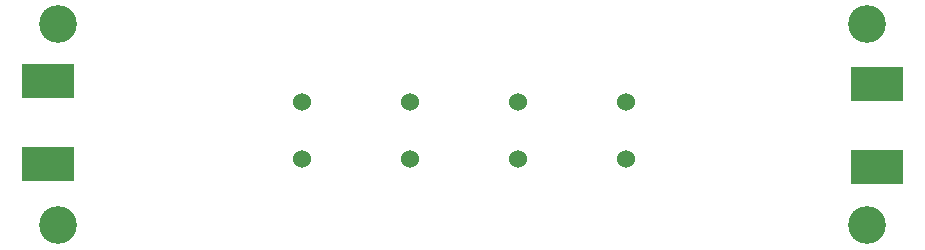
<source format=gbr>
G04 EAGLE Gerber RS-274X export*
G75*
%MOMM*%
%FSLAX34Y34*%
%LPD*%
%INSoldermask Bottom*%
%IPPOS*%
%AMOC8*
5,1,8,0,0,1.08239X$1,22.5*%
G01*
%ADD10C,3.203200*%
%ADD11C,1.524000*%
%ADD12R,4.394200X2.870200*%


D10*
X40000Y30000D03*
X40000Y200000D03*
X725000Y200000D03*
X725000Y30000D03*
D11*
X246380Y134620D03*
X246380Y86360D03*
X337820Y86360D03*
X337820Y134620D03*
X429260Y134620D03*
X429260Y86360D03*
X520700Y86360D03*
X520700Y134620D03*
D12*
X31314Y81894D03*
X31314Y151786D03*
X733226Y149246D03*
X733226Y79354D03*
M02*

</source>
